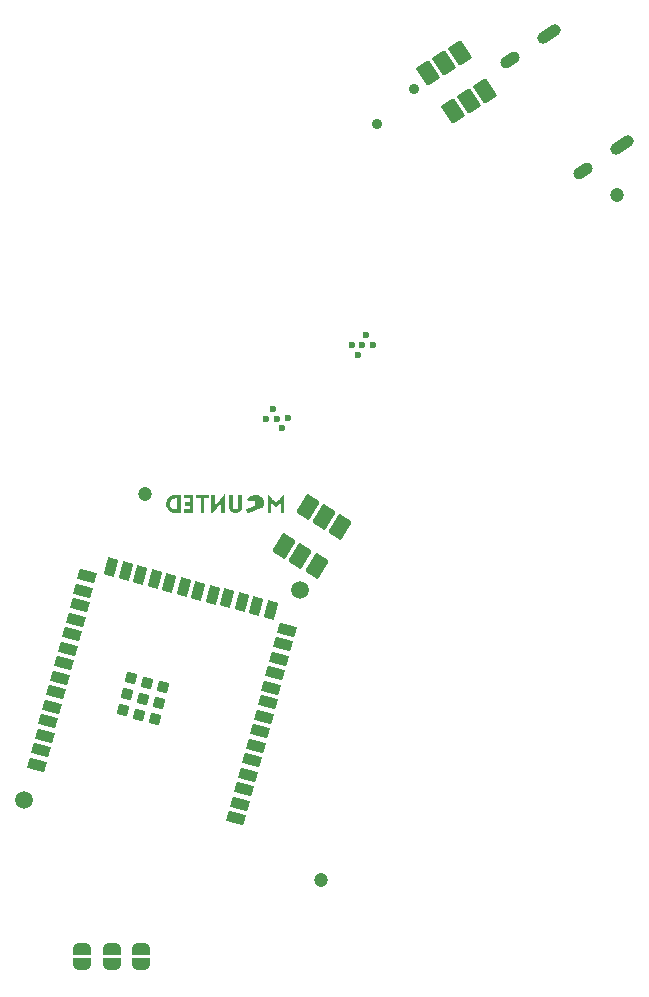
<source format=gbr>
%TF.GenerationSoftware,KiCad,Pcbnew,7.0.8*%
%TF.CreationDate,2024-01-10T09:50:14+01:00*%
%TF.ProjectId,Zoka-MainBoard,5a6f6b61-2d4d-4616-996e-426f6172642e,rev?*%
%TF.SameCoordinates,Original*%
%TF.FileFunction,Soldermask,Bot*%
%TF.FilePolarity,Negative*%
%FSLAX46Y46*%
G04 Gerber Fmt 4.6, Leading zero omitted, Abs format (unit mm)*
G04 Created by KiCad (PCBNEW 7.0.8) date 2024-01-10 09:50:14*
%MOMM*%
%LPD*%
G01*
G04 APERTURE LIST*
G04 Aperture macros list*
%AMRoundRect*
0 Rectangle with rounded corners*
0 $1 Rounding radius*
0 $2 $3 $4 $5 $6 $7 $8 $9 X,Y pos of 4 corners*
0 Add a 4 corners polygon primitive as box body*
4,1,4,$2,$3,$4,$5,$6,$7,$8,$9,$2,$3,0*
0 Add four circle primitives for the rounded corners*
1,1,$1+$1,$2,$3*
1,1,$1+$1,$4,$5*
1,1,$1+$1,$6,$7*
1,1,$1+$1,$8,$9*
0 Add four rect primitives between the rounded corners*
20,1,$1+$1,$2,$3,$4,$5,0*
20,1,$1+$1,$4,$5,$6,$7,0*
20,1,$1+$1,$6,$7,$8,$9,0*
20,1,$1+$1,$8,$9,$2,$3,0*%
%AMHorizOval*
0 Thick line with rounded ends*
0 $1 width*
0 $2 $3 position (X,Y) of the first rounded end (center of the circle)*
0 $4 $5 position (X,Y) of the second rounded end (center of the circle)*
0 Add line between two ends*
20,1,$1,$2,$3,$4,$5,0*
0 Add two circle primitives to create the rounded ends*
1,1,$1,$2,$3*
1,1,$1,$4,$5*%
%AMRotRect*
0 Rectangle, with rotation*
0 The origin of the aperture is its center*
0 $1 length*
0 $2 width*
0 $3 Rotation angle, in degrees counterclockwise*
0 Add horizontal line*
21,1,$1,$2,0,0,$3*%
%AMFreePoly0*
4,1,19,0.500000,-0.750000,0.000000,-0.750000,0.000000,-0.744911,-0.071157,-0.744911,-0.207708,-0.704816,-0.327430,-0.627875,-0.420627,-0.520320,-0.479746,-0.390866,-0.500000,-0.250000,-0.500000,0.250000,-0.479746,0.390866,-0.420627,0.520320,-0.327430,0.627875,-0.207708,0.704816,-0.071157,0.744911,0.000000,0.744911,0.000000,0.750000,0.500000,0.750000,0.500000,-0.750000,0.500000,-0.750000,
$1*%
%AMFreePoly1*
4,1,19,0.000000,0.744911,0.071157,0.744911,0.207708,0.704816,0.327430,0.627875,0.420627,0.520320,0.479746,0.390866,0.500000,0.250000,0.500000,-0.250000,0.479746,-0.390866,0.420627,-0.520320,0.327430,-0.627875,0.207708,-0.704816,0.071157,-0.744911,0.000000,-0.744911,0.000000,-0.750000,-0.500000,-0.750000,-0.500000,0.750000,0.000000,0.750000,0.000000,0.744911,0.000000,0.744911,
$1*%
G04 Aperture macros list end*
%ADD10C,1.200000*%
%ADD11C,0.600000*%
%ADD12HorizOval,1.000000X0.333939X0.220192X-0.333939X-0.220192X0*%
%ADD13HorizOval,1.000000X0.500909X0.330288X-0.500909X-0.330288X0*%
%ADD14C,0.900000*%
%ADD15C,1.500000*%
%ADD16RotRect,1.500000X0.900000X345.000000*%
%ADD17RotRect,1.500000X0.900000X255.000000*%
%ADD18RotRect,1.500000X0.900000X165.000000*%
%ADD19RotRect,0.900000X0.900000X165.000000*%
%ADD20FreePoly0,270.000000*%
%ADD21FreePoly1,270.000000*%
%ADD22RoundRect,0.130000X0.003511X-0.949954X0.871753X-0.377454X-0.003511X0.949954X-0.871753X0.377454X0*%
%ADD23RoundRect,0.130000X0.859467X0.404650X-0.026329X0.949596X-0.859467X-0.404650X0.026329X-0.949596X0*%
G04 APERTURE END LIST*
%TO.C,LOGO101*%
G36*
X163244334Y-75262640D02*
G01*
X163244334Y-75415458D01*
X163051300Y-75415458D01*
X162858266Y-75415458D01*
X162858266Y-76026731D01*
X162858266Y-76638004D01*
X162713491Y-76638004D01*
X162568716Y-76638004D01*
X162568716Y-76026731D01*
X162568716Y-75415458D01*
X162375683Y-75415458D01*
X162182649Y-75415458D01*
X162182649Y-75262640D01*
X162182649Y-75109822D01*
X162713491Y-75109822D01*
X163244334Y-75109822D01*
X163244334Y-75262640D01*
G37*
G36*
X161941357Y-75873913D02*
G01*
X161941357Y-76638004D01*
X161547247Y-76638004D01*
X161153137Y-76638004D01*
X161153137Y-76485186D01*
X161153137Y-76332368D01*
X161394429Y-76332368D01*
X161635721Y-76332368D01*
X161635721Y-76179549D01*
X161635721Y-76026731D01*
X161434644Y-76026731D01*
X161233567Y-76026731D01*
X161233567Y-75873913D01*
X161233567Y-75721095D01*
X161434644Y-75721095D01*
X161635721Y-75721095D01*
X161635721Y-75568276D01*
X161635721Y-75415458D01*
X161410515Y-75415458D01*
X161185309Y-75415458D01*
X161185309Y-75262640D01*
X161185309Y-75109822D01*
X161563333Y-75109822D01*
X161941357Y-75109822D01*
X161941357Y-75873913D01*
G37*
G36*
X164627741Y-75857827D02*
G01*
X164627741Y-76638004D01*
X164475194Y-76638004D01*
X164322647Y-76638004D01*
X164318354Y-76224902D01*
X164314061Y-75811801D01*
X163928323Y-76240989D01*
X163896708Y-76276122D01*
X163792782Y-76390815D01*
X163707668Y-76483222D01*
X163639704Y-76555036D01*
X163587226Y-76607947D01*
X163548569Y-76643646D01*
X163522069Y-76663826D01*
X163506062Y-76670176D01*
X163469539Y-76670176D01*
X163469539Y-75889999D01*
X163469539Y-75109822D01*
X163622095Y-75109822D01*
X163774650Y-75109822D01*
X163778935Y-75538977D01*
X163783219Y-75968133D01*
X164166680Y-75522891D01*
X164269272Y-75404218D01*
X164355650Y-75305444D01*
X164425261Y-75227415D01*
X164480023Y-75168107D01*
X164521854Y-75125498D01*
X164552672Y-75097568D01*
X164574395Y-75082292D01*
X164588941Y-75077650D01*
X164627741Y-75077650D01*
X164627741Y-75857827D01*
G37*
G36*
X168305610Y-75094958D02*
G01*
X168324098Y-75102173D01*
X168347606Y-75118142D01*
X168378828Y-75145441D01*
X168420458Y-75186648D01*
X168475189Y-75244339D01*
X168545716Y-75321090D01*
X168634732Y-75419480D01*
X168638712Y-75423897D01*
X168715981Y-75509381D01*
X168786200Y-75586567D01*
X168846483Y-75652323D01*
X168893947Y-75703517D01*
X168925705Y-75737018D01*
X168938875Y-75749694D01*
X168939242Y-75749702D01*
X168954207Y-75737279D01*
X168987421Y-75704106D01*
X169036036Y-75653201D01*
X169097203Y-75587584D01*
X169168076Y-75510274D01*
X169245806Y-75424291D01*
X169263766Y-75404302D01*
X169348622Y-75310265D01*
X169415501Y-75237264D01*
X169467172Y-75182675D01*
X169506405Y-75143874D01*
X169535968Y-75118238D01*
X169558631Y-75103142D01*
X169577163Y-75095963D01*
X169594334Y-75094077D01*
X169646613Y-75093736D01*
X169646613Y-75865870D01*
X169646613Y-76638004D01*
X169493795Y-76638004D01*
X169340977Y-76638004D01*
X169340326Y-76207700D01*
X169339676Y-75777396D01*
X169143271Y-75983886D01*
X168946867Y-76190376D01*
X168749812Y-75989358D01*
X168552757Y-75788339D01*
X168552757Y-76213171D01*
X168552757Y-76638004D01*
X168399938Y-76638004D01*
X168247120Y-76638004D01*
X168247120Y-75865870D01*
X168247120Y-75093736D01*
X168294196Y-75093736D01*
X168305610Y-75094958D01*
G37*
G36*
X160863586Y-75873913D02*
G01*
X160863586Y-76638004D01*
X160602187Y-76637725D01*
X160567988Y-76637578D01*
X160422210Y-76633645D01*
X160301455Y-76623726D01*
X160200126Y-76606952D01*
X160112628Y-76582453D01*
X160033361Y-76549360D01*
X159953124Y-76501348D01*
X159852683Y-76411901D01*
X159769381Y-76301570D01*
X159705577Y-76175330D01*
X159663630Y-76038154D01*
X159645897Y-75895016D01*
X159647191Y-75873913D01*
X159962763Y-75873913D01*
X159964107Y-75912788D01*
X159986136Y-76031512D01*
X160033340Y-76136415D01*
X160103331Y-76223219D01*
X160193719Y-76287642D01*
X160204570Y-76292989D01*
X160255656Y-76311052D01*
X160320868Y-76322554D01*
X160409153Y-76329221D01*
X160557950Y-76336205D01*
X160557950Y-75873913D01*
X160557950Y-75411621D01*
X160409153Y-75418605D01*
X160369278Y-75421040D01*
X160271719Y-75434517D01*
X160194643Y-75460180D01*
X160130046Y-75501402D01*
X160069924Y-75561554D01*
X160016428Y-75639558D01*
X159976074Y-75748467D01*
X159962763Y-75873913D01*
X159647191Y-75873913D01*
X159654738Y-75750888D01*
X159655545Y-75745955D01*
X159691933Y-75607340D01*
X159751371Y-75477938D01*
X159830119Y-75363230D01*
X159924439Y-75268697D01*
X160030593Y-75199821D01*
X160051345Y-75190039D01*
X160132293Y-75159004D01*
X160222119Y-75136392D01*
X160326554Y-75121304D01*
X160451333Y-75112840D01*
X160602187Y-75110101D01*
X160863586Y-75109822D01*
X160863586Y-75411621D01*
X160863586Y-75873913D01*
G37*
G36*
X165271211Y-75636643D02*
G01*
X165271285Y-75742060D01*
X165271714Y-75868087D01*
X165272678Y-75968016D01*
X165274349Y-76045422D01*
X165276900Y-76103882D01*
X165280505Y-76146970D01*
X165285335Y-76178263D01*
X165291563Y-76201336D01*
X165299362Y-76219765D01*
X165330356Y-76261097D01*
X165387281Y-76305086D01*
X165454451Y-76336406D01*
X165519908Y-76348101D01*
X165559066Y-76343682D01*
X165629499Y-76319572D01*
X165693129Y-76280360D01*
X165737291Y-76232765D01*
X165741464Y-76225693D01*
X165749490Y-76209238D01*
X165755838Y-76189053D01*
X165760705Y-76161583D01*
X165764286Y-76123273D01*
X165766779Y-76070568D01*
X165768380Y-75999912D01*
X165769286Y-75907750D01*
X165769692Y-75790526D01*
X165769796Y-75644686D01*
X165769856Y-75109822D01*
X165923613Y-75109822D01*
X166077370Y-75109822D01*
X166071770Y-75676858D01*
X166070409Y-75804268D01*
X166068634Y-75934135D01*
X166066566Y-76038236D01*
X166064016Y-76120102D01*
X166060797Y-76183260D01*
X166056719Y-76231241D01*
X166051595Y-76267574D01*
X166045235Y-76295787D01*
X166037451Y-76319411D01*
X166013386Y-76371366D01*
X165945414Y-76465312D01*
X165855114Y-76544034D01*
X165748279Y-76603001D01*
X165630703Y-76637677D01*
X165599933Y-76642130D01*
X165476425Y-76643458D01*
X165355240Y-76620584D01*
X165242984Y-76575950D01*
X165146264Y-76511996D01*
X165071688Y-76431163D01*
X165059193Y-76412981D01*
X165036887Y-76378435D01*
X165018855Y-76344845D01*
X165004600Y-76308528D01*
X164993625Y-76265806D01*
X164985435Y-76212996D01*
X164979533Y-76146419D01*
X164975422Y-76062393D01*
X164972607Y-75957237D01*
X164970590Y-75827271D01*
X164968875Y-75668815D01*
X164963318Y-75109822D01*
X165117252Y-75109822D01*
X165271186Y-75109822D01*
X165271211Y-75636643D01*
G37*
G36*
X167334204Y-75106524D02*
G01*
X167339281Y-75107276D01*
X167482314Y-75140570D01*
X167603869Y-75194967D01*
X167708167Y-75272338D01*
X167727458Y-75290759D01*
X167809298Y-75389704D01*
X167865732Y-75501022D01*
X167898414Y-75628868D01*
X167908995Y-75777396D01*
X167908585Y-75799385D01*
X167903392Y-75869954D01*
X167893396Y-75947485D01*
X167880068Y-76024172D01*
X167864878Y-76092208D01*
X167849299Y-76143787D01*
X167834800Y-76171101D01*
X167833970Y-76171645D01*
X167812509Y-76181220D01*
X167765597Y-76200534D01*
X167697161Y-76228057D01*
X167611125Y-76262258D01*
X167511417Y-76301605D01*
X167401962Y-76344567D01*
X167286686Y-76389611D01*
X167169516Y-76435208D01*
X167054376Y-76479824D01*
X166945193Y-76521930D01*
X166845893Y-76559993D01*
X166760402Y-76592482D01*
X166692646Y-76617866D01*
X166646550Y-76634613D01*
X166645839Y-76634862D01*
X166608631Y-76647036D01*
X166586227Y-76652820D01*
X166583463Y-76652858D01*
X166556596Y-76637406D01*
X166523185Y-76598083D01*
X166486910Y-76540629D01*
X166451452Y-76470785D01*
X166420491Y-76394292D01*
X166413761Y-76374836D01*
X166406667Y-76343831D01*
X166415124Y-76326407D01*
X166442179Y-76310832D01*
X166461843Y-76302268D01*
X166510077Y-76283226D01*
X166578119Y-76257472D01*
X166659967Y-76227269D01*
X166749623Y-76194881D01*
X166819206Y-76169743D01*
X166932027Y-76126607D01*
X167019084Y-76087936D01*
X167083682Y-76050497D01*
X167129125Y-76011059D01*
X167158718Y-75966392D01*
X167175764Y-75913263D01*
X167183568Y-75848441D01*
X167185436Y-75768695D01*
X167185377Y-75745526D01*
X167183898Y-75678320D01*
X167179765Y-75635888D01*
X167172091Y-75612436D01*
X167159991Y-75602170D01*
X167155617Y-75601176D01*
X167122937Y-75598379D01*
X167064914Y-75595969D01*
X166986670Y-75594079D01*
X166893327Y-75592847D01*
X166790010Y-75592406D01*
X166750673Y-75592336D01*
X166653210Y-75591525D01*
X166569305Y-75589916D01*
X166503612Y-75587655D01*
X166460784Y-75584885D01*
X166445474Y-75581749D01*
X166447705Y-75571671D01*
X166466582Y-75535848D01*
X166500427Y-75486839D01*
X166544057Y-75431396D01*
X166592295Y-75376273D01*
X166639960Y-75328221D01*
X166739904Y-75249235D01*
X166878207Y-75173266D01*
X167027376Y-75122874D01*
X167181384Y-75099985D01*
X167334204Y-75106524D01*
G37*
%TD*%
D10*
%TO.C,H101*%
X157833956Y-75041091D03*
%TD*%
%TO.C,H104*%
X172776140Y-107701628D03*
%TD*%
D11*
%TO.C,U305*%
X169940888Y-68634951D03*
X168663298Y-67848972D03*
X169040100Y-68667825D03*
X169416902Y-69486678D03*
X168139312Y-68700699D03*
%TD*%
%TO.C,U304*%
X175901996Y-63273893D03*
X177154268Y-62448172D03*
X176252892Y-62443609D03*
X175351516Y-62439046D03*
X176603788Y-61613325D03*
%TD*%
D12*
%TO.C,J201*%
X194930718Y-47662237D03*
D13*
X198270109Y-45460314D03*
D12*
X188743314Y-38278547D03*
D13*
X192082706Y-36076624D03*
%TD*%
D10*
%TO.C,H103*%
X197826506Y-49701445D03*
%TD*%
D14*
%TO.C,SW501*%
X180627296Y-40765425D03*
X177539354Y-43685547D03*
%TD*%
D15*
%TO.C,TP202*%
X171012983Y-83193460D03*
%TD*%
D16*
%TO.C,U201*%
X148694751Y-97950079D03*
X149023451Y-96723353D03*
X149352151Y-95496627D03*
X149680851Y-94269901D03*
X150009551Y-93043175D03*
X150338252Y-91816450D03*
X150666952Y-90589724D03*
X150995652Y-89362998D03*
X151324352Y-88136272D03*
X151653052Y-86909546D03*
X151981753Y-85682821D03*
X152310453Y-84456095D03*
X152639153Y-83229369D03*
X152967853Y-82002643D03*
D17*
X154996236Y-81252052D03*
X156222962Y-81580752D03*
X157449688Y-81909452D03*
X158676413Y-82238152D03*
X159903139Y-82566852D03*
X161129865Y-82895553D03*
X162356591Y-83224253D03*
X163583317Y-83552953D03*
X164810042Y-83881653D03*
X166036768Y-84210353D03*
X167263494Y-84539053D03*
X168490220Y-84867754D03*
D18*
X169871555Y-86531977D03*
X169542855Y-87758702D03*
X169214155Y-88985428D03*
X168885455Y-90212154D03*
X168556754Y-91438880D03*
X168228054Y-92665606D03*
X167899354Y-93892331D03*
X167570654Y-95119057D03*
X167241954Y-96345783D03*
X166913253Y-97572509D03*
X166584553Y-98799235D03*
X166255853Y-100025960D03*
X165927153Y-101252686D03*
X165598453Y-102479412D03*
D19*
X156705846Y-90654927D03*
X156343500Y-92007223D03*
X155981153Y-93359519D03*
X158058143Y-91017273D03*
X157695796Y-92369569D03*
X157333449Y-93721866D03*
X159410439Y-91379620D03*
X159048092Y-92731916D03*
X158685745Y-94084212D03*
%TD*%
D20*
%TO.C,JP401*%
X157543827Y-113565871D03*
D21*
X157543827Y-114865871D03*
%TD*%
D20*
%TO.C,JP402*%
X155043827Y-113567658D03*
D21*
X155043827Y-114867658D03*
%TD*%
D22*
%TO.C,J504*%
X183966913Y-42650473D03*
X185302669Y-41769704D03*
X186638426Y-40888935D03*
X184519075Y-37674771D03*
X183183319Y-38555540D03*
X181847562Y-39436309D03*
%TD*%
D15*
%TO.C,TP201*%
X147637987Y-100943458D03*
%TD*%
D23*
%TO.C,J501*%
X174393098Y-77842261D03*
X173030335Y-77003884D03*
X171667572Y-76165506D03*
X169650226Y-79444655D03*
X171012989Y-80283032D03*
X172375752Y-81121410D03*
%TD*%
D20*
%TO.C,JP403*%
X152543827Y-113565870D03*
D21*
X152543827Y-114865870D03*
%TD*%
M02*

</source>
